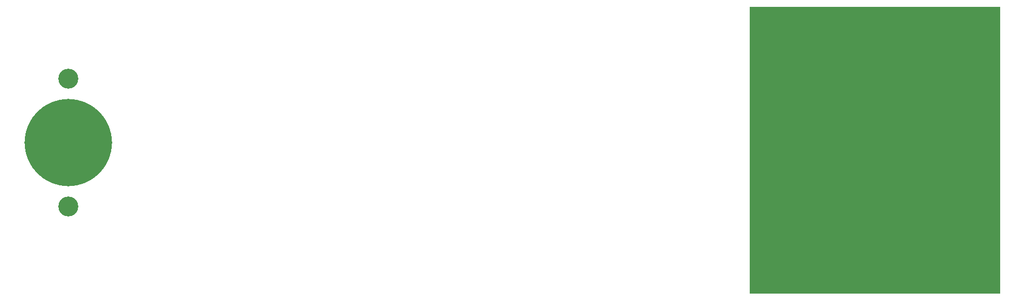
<source format=gbr>
%FSTAX23Y23*%
%MOIN*%
%SFA1B1*%

%IPPOS*%
%ADD53C,0.551180*%
%ADD54C,0.125984*%
%LNkeyboardmain_npth_drill-1*%
%LPD*%
G36*
X07598Y04448D02*
X06023D01*
Y02637*
X07598*
Y04448*
G37*
G54D53*
X01732Y03592D03*
G54D54*
X01732Y03188D03*
Y03996D03*
M02*
</source>
